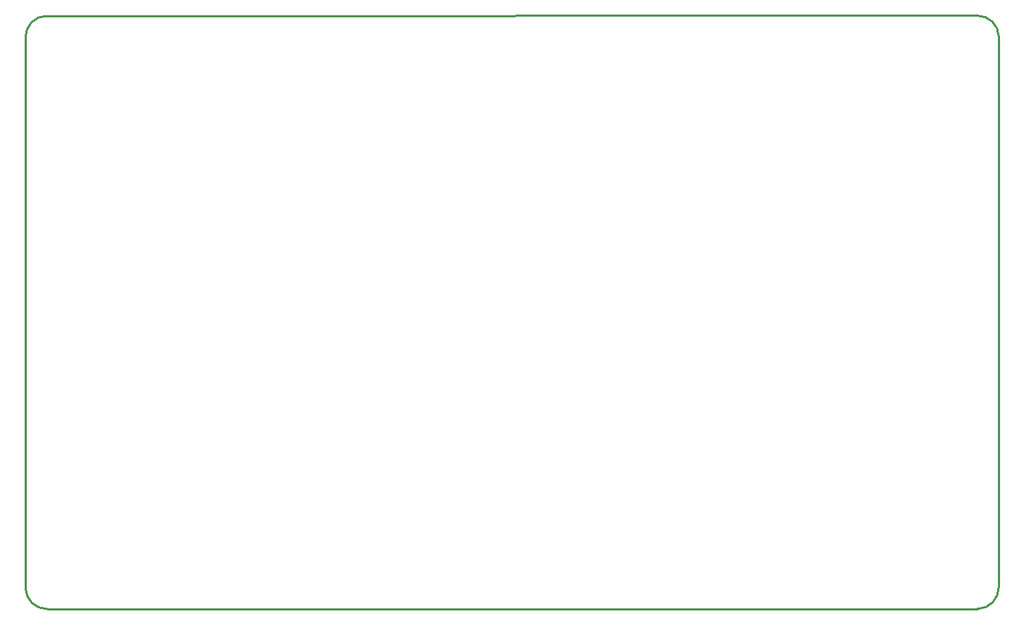
<source format=gko>
%FSLAX44Y44*%
%MOMM*%
G71*
G01*
G75*
G04 Layer_Color=16711935*
%ADD10C,0.2032*%
%ADD11R,2.1500X1.1000*%
%ADD12R,2.1500X1.1000*%
%ADD13R,2.1500X3.5000*%
%ADD14R,5.0000X4.0000*%
%ADD15R,1.3000X1.5000*%
%ADD16R,3.0000X3.5000*%
%ADD17C,1.0160*%
%ADD18C,1.2700*%
%ADD19C,0.7620*%
%ADD20C,0.8890*%
%ADD21C,0.0254*%
%ADD22C,0.5080*%
%ADD23C,0.3810*%
%ADD24C,0.4000*%
%ADD25C,0.7000*%
%ADD26C,2.5000*%
%ADD27C,1.5000*%
%ADD28R,1.5000X1.5000*%
%ADD29C,5.0000*%
%ADD30C,1.5748*%
%ADD31R,1.5748X1.5748*%
%ADD32R,1.5748X1.5748*%
%ADD33R,1.5000X1.5000*%
%ADD34C,1.1000*%
%ADD35C,1.3000*%
%ADD36R,9.9240X11.0700*%
%ADD37R,3.0000X5.0000*%
%ADD38R,1.5000X2.0000*%
%ADD39R,1.2000X3.0000*%
%ADD40R,5.5000X1.5000*%
%ADD41R,1.2000X4.0000*%
%ADD42C,0.6350*%
%ADD43C,0.2540*%
%ADD44C,0.2500*%
D43*
X483544Y1210825D02*
G03*
X458905Y1185425I381J-25019D01*
G01*
X458905Y542798D02*
G03*
X484305Y518160I25019J381D01*
G01*
X1570482Y518265D02*
G03*
X1595120Y543665I-381J25019D01*
G01*
X1595302Y1186434D02*
G03*
X1569901Y1211072I-25019J-381D01*
G01*
D44*
X484305Y518265D02*
X1570482D01*
X458905Y542798D02*
Y1185672D01*
X483544Y1210825D02*
X1569901Y1211169D01*
X1595302Y543665D02*
Y1186434D01*
M02*

</source>
